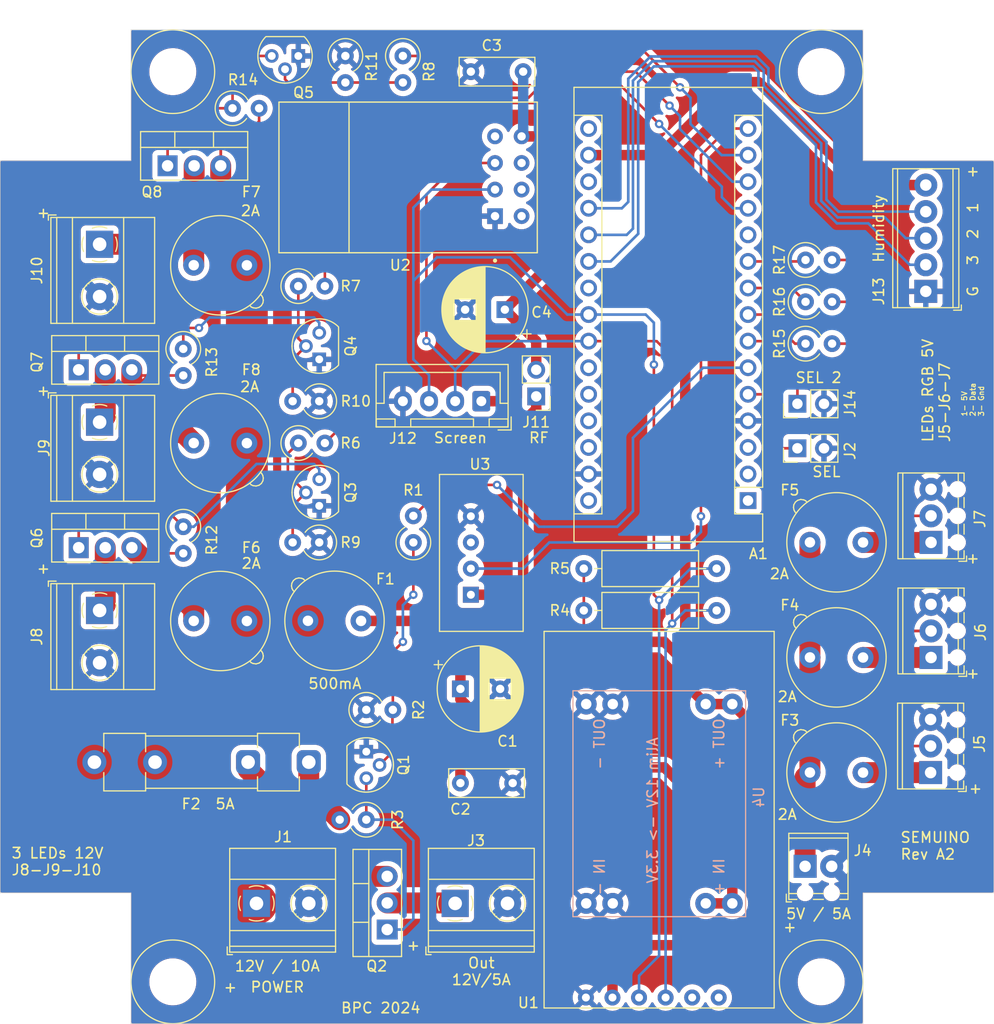
<source format=kicad_pcb>
(kicad_pcb (version 20221018) (generator pcbnew)
  (title_block (title "Semuino - Contrôleur de meuble à semis") (date "2023-12-22") (rev "A2") (company "BPC") (comment 2 "Température ambiante - 3 Capteurs d'humidité") (comment 3 "3 bandeaux LEDs 12V Blanches - 3 bandeaux LEDs RGB 5V") (comment 4 "12V/10A - Ecran OLED - 1 sélecteur - Wifi"))
  (layers (0 "F.Cu" signal) (31 "B.Cu" signal) (34 "B.Paste" user) (35 "F.Paste" user) (36 "B.SilkS" user "B.Silkscreen") (37 "F.SilkS" user "F.Silkscreen") (38 "B.Mask" user) (39 "F.Mask" user) (44 "Edge.Cuts" user))
  (net 0 "")
  (net 2 "CmdP2")
  (net 3 "GND")
  (net 4 "CmdP1")
  (net 6 "CmdRGB3")
  (net 8 "CmdRGB2")
  (net 10 "CmdRGB1")
  (net 11 "CmdPWR5")
  (net 13 "SELECT")
  (net 16 "SELECT2")
  (net 22 "CmdP3")
  (net 23 "Temp")
  (net 24 "Vin")
  (net 25 "Net-(J11-Pin_2)")
  (net 26 "SCL")
  (net 27 "Net-(J1-Pin_1)")
  (net 28 "PWR_5V")
  (net 29 "Net-(Q1-Pad2)")
  (net 30 "Net-(Q3-Pad2)")
  (net 31 "Net-(Q4-Pad2)")
  (net 32 "Net-(Q5-Pad2)")
  (net 33 "Net-(Q2-S)")
  (net 34 "Net-(J5-Pin_1)")
  (net 35 "Net-(J6-Pin_1)")
  (net 36 "Net-(J7-Pin_1)")
  (net 37 "Net-(Q6-S)")
  (net 38 "Net-(Q8-S)")
  (net 39 "SDA")
  (net 40 "3.3V")
  (net 41 "Net-(Q7-S)")
  (net 42 "Net-(J3-Pin_1)")
  (net 43 "Net-(J5-Pin_2)")
  (net 44 "Net-(J6-Pin_2)")
  (net 45 "Net-(J7-Pin_2)")
  (net 46 "Net-(J8-Pin_1)")
  (net 47 "Net-(J9-Pin_1)")
  (net 48 "Net-(J10-Pin_1)")
  (net 49 "Net-(Q2-G)")
  (net 50 "Hum3")
  (net 51 "Hum2")
  (net 52 "Hum1")
  (net 53 "Net-(Q6-G)")
  (net 54 "Net-(Q7-G)")
  (net 55 "Net-(Q8-G)")
  (footprint "bpc:BPC_Arduino_Nano" (layer "F.Cu") (at 171.5 96 180)
    (fp_text reference "A1")
    (fp_text value "Arduino_Nano_v2.x")
  )
  (footprint "Package_TO_SOT_THT:TO-220-3_Vertical" (layer "F.Cu") (at 107.5 100.5)
    (fp_text reference "Q6")
    (fp_text value "P03P4L-04")
  )
  (footprint "Package_TO_SOT_THT:TO-220-3_Vertical" (layer "F.Cu") (at 107.5 83.5)
    (fp_text reference "Q7")
    (fp_text value "P03P4L-04")
  )
  (footprint "Package_TO_SOT_THT:TO-220-3_Vertical" (layer "F.Cu") (at 116 64)
    (fp_text reference "Q8")
    (fp_text value "P03P4L-04")
  )
  (footprint "Resistor_THT:R_Axial_DIN0309_L9.0mm_D3.2mm_P2.54mm_Vertical" (layer "F.Cu") (at 139.5 100 90)
    (fp_text reference "R1")
    (fp_text value "220")
  )
  (footprint "Resistor_THT:R_Axial_DIN0309_L9.0mm_D3.2mm_P2.54mm_Vertical" (layer "F.Cu") (at 135 126.5 180)
    (fp_text reference "R3")
    (fp_text value "100k")
  )
  (footprint "Resistor_THT:R_Axial_DIN0309_L9.0mm_D3.2mm_P12.70mm_Horizontal" (layer "F.Cu") (at 168.5 106.5 180)
    (fp_text reference "R4")
    (fp_text value "10k")
  )
  (footprint "Resistor_THT:R_Axial_DIN0309_L9.0mm_D3.2mm_P12.70mm_Horizontal" (layer "F.Cu") (at 168.5 102.5 180)
    (fp_text reference "R5")
    (fp_text value "10k")
  )
  (footprint "Resistor_THT:R_Axial_DIN0309_L9.0mm_D3.2mm_P2.54mm_Vertical" (layer "F.Cu") (at 117.5 98.5 -90)
    (fp_text reference "R12")
    (fp_text value "100k")
  )
  (footprint "Resistor_THT:R_Axial_DIN0309_L9.0mm_D3.2mm_P2.54mm_Vertical" (layer "F.Cu") (at 117.5 81.5 -90)
    (fp_text reference "R13")
    (fp_text value "100k")
  )
  (footprint "bpc:BPC_RtcArduino" (layer "F.Cu") (at 156 143.5 90)
    (fp_text reference "U1")
    (fp_text value "RtcArduino")
  )
  (footprint "bpc:BPC_DHT22" (layer "F.Cu") (at 145 105 180)
    (fp_text reference "U3")
    (fp_text value "BPC_DHT22")
  )
  (footprint "Fuse:Fuseholder_TR5_Littelfuse_No560_No460" (layer "F.Cu") (at 134.5 107.5 180)
    (fp_text reference "F1")
    (fp_text value "500mA")
  )
  (footprint "Fuse:Fuseholder_Clip-5x20mm_Littelfuse_520_Inline_P20.50x5.80mm_D1.30mm_Horizontal" (layer "F.Cu") (at 129.5 121 180)
    (fp_text reference "F2")
    (fp_text value "5A")
  )
  (footprint "Fuse:Fuseholder_TR5_Littelfuse_No560_No460" (layer "F.Cu") (at 182.5 122 180)
    (fp_text reference "F3")
    (fp_text value "2A")
  )
  (footprint "Fuse:Fuseholder_TR5_Littelfuse_No560_No460" (layer "F.Cu") (at 118.5 107.5)
    (fp_text reference "F6")
    (fp_text value "2A")
  )
  (footprint "Fuse:Fuseholder_TR5_Littelfuse_No560_No460" (layer "F.Cu") (at 118.5 90.5)
    (fp_text reference "F8")
    (fp_text value "2A")
  )
  (footprint "Fuse:Fuseholder_TR5_Littelfuse_No560_No460" (layer "F.Cu") (at 118.5 73.5)
    (fp_text reference "F7")
    (fp_text value "2A")
  )
  (footprint "TerminalBlock_Phoenix:TerminalBlock_Phoenix_MKDS-1,5-2_1x02_P5.00mm_Horizontal" (layer "F.Cu") (at 109.5 88.5 -90)
    (fp_text reference "J9")
    (fp_text value "POW LED 2")
  )
  (footprint "TerminalBlock_Phoenix:TerminalBlock_Phoenix_MKDS-1,5-2_1x02_P5.00mm_Horizontal" (layer "F.Cu") (at 109.5 71.5 -90)
    (fp_text reference "J10")
    (fp_text value "POW LED 3")
  )
  (footprint "Package_TO_SOT_THT:TO-92" (layer "F.Cu") (at 130.5 96.5 90)
    (fp_text reference "Q3")
    (fp_text value "2N2222A")
  )
  (footprint "Resistor_THT:R_Axial_DIN0309_L9.0mm_D3.2mm_P2.54mm_Vertical" (layer "F.Cu") (at 128.5 90.5)
    (fp_text reference "R6")
    (fp_text value "220")
  )
  (footprint "Resistor_THT:R_Axial_DIN0309_L9.0mm_D3.2mm_P2.54mm_Vertical" (layer "F.Cu") (at 128.5 75.5)
    (fp_text reference "R7")
    (fp_text value "220")
  )
  (footprint "Resistor_THT:R_Axial_DIN0309_L9.0mm_D3.2mm_P2.54mm_Vertical" (layer "F.Cu") (at 130.5 100 180)
    (fp_text reference "R9")
    (fp_text value "100k")
  )
  (footprint "Resistor_THT:R_Axial_DIN0309_L9.0mm_D3.2mm_P2.54mm_Vertical" (layer "F.Cu") (at 130.5 86.5 180)
    (fp_text reference "R10")
    (fp_text value "100k")
  )
  (footprint "Resistor_THT:R_Axial_DIN0309_L9.0mm_D3.2mm_P2.54mm_Vertical" (layer "F.Cu") (at 133 53.5 -90)
    (fp_text reference "R11")
    (fp_text value "100k")
  )
  (footprint "TerminalBlock_Phoenix:TerminalBlock_Phoenix_MKDS-1,5-2_1x02_P5.00mm_Horizontal" (layer "F.Cu") (at 109.5 106.5 -90)
    (fp_text reference "J8")
    (fp_text value "POW LED 1")
  )
  (footprint "Package_TO_SOT_THT:TO-92" (layer "F.Cu") (at 130.5 82.5 90)
    (fp_text reference "Q4")
    (fp_text value "2N2222A")
  )
  (footprint "Package_TO_SOT_THT:TO-92" (layer "F.Cu") (at 128.5 53.5 180)
    (fp_text reference "Q5")
    (fp_text value "2N2222A")
  )
  (footprint "Package_TO_SOT_THT:TO-92" (layer "F.Cu") (at 135 120 -90)
    (fp_text reference "Q1")
    (fp_text value "2N2222A")
  )
  (footprint "Package_TO_SOT_THT:TO-220-3_Vertical" (layer "F.Cu") (at 137 137 90)
    (fp_text reference "Q2")
    (fp_text value "P03P4L-04")
  )
  (footprint "bpc:BPC_XCVR_ESP8266-01_ESP-01" (layer "F.Cu") (at 139 65 90)
    (fp_text reference "U2")
    (fp_text value "BPC_ESP8266-01_ESP-01")
  )
  (footprint "TerminalBlock_Phoenix:TerminalBlock_Phoenix_MKDS-1,5-2_1x02_P5.00mm_Horizontal" (layer "F.Cu") (at 124.5 134.5)
    (fp_text reference "J1")
    (fp_text value "12V_POWER_IN")
  )
  (footprint "TerminalBlock_Phoenix:TerminalBlock_Phoenix_MKDS-1,5-2_1x02_P5.00mm_Horizontal" (layer "F.Cu") (at 143.5 134.5)
    (fp_text reference "J3")
    (fp_text value "12V_POWER_OUT")
  )
  (footprint "TerminalBlock_Phoenix:TerminalBlock_Phoenix_MPT-0,5-2-2.54_1x02_P2.54mm_Horizontal" (layer "F.Cu") (at 176.96 130.96)
    (fp_text reference "J4")
    (fp_text value "5V_POWER_IN")
  )
  (footprint "Resistor_THT:R_Axial_DIN0309_L9.0mm_D3.2mm_P2.54mm_Vertical" (layer "F.Cu") (at 135 116)
    (fp_text reference "R2")
    (fp_text value "100k")
  )
  (footprint "TerminalBlock_Phoenix:TerminalBlock_Phoenix_MPT-0,5-3-2.54_1x03_P2.54mm_Horizontal" (layer "F.Cu") (at 189 111 90)
    (fp_text reference "J6")
    (fp_text value "RGB 2")
  )
  (footprint "TerminalBlock_Phoenix:TerminalBlock_Phoenix_MPT-0,5-3-2.54_1x03_P2.54mm_Horizontal" (layer "F.Cu") (at 189 100 90)
    (fp_text reference "J7")
    (fp_text value "RGB 3")
  )
  (footprint "TerminalBlock_Phoenix:TerminalBlock_Phoenix_MPT-0,5-3-2.54_1x03_P2.54mm_Horizontal" (layer "F.Cu") (at 188.96 122 90)
    (fp_text reference "J5")
    (fp_text value "RGB 1")
  )
  (footprint "Fuse:Fuseholder_TR5_Littelfuse_No560_No460" (layer "F.Cu") (at 182.5 100 180)
    (fp_text reference "F5")
    (fp_text value "2A")
  )
  (footprint "Fuse:Fuseholder_TR5_Littelfuse_No560_No460" (layer "F.Cu") (at 182.5 111 180)
    (fp_text reference "F4")
    (fp_text value "2A")
  )
  (footprint "Connector_PinHeader_2.54mm:PinHeader_1x02_P2.54mm_Vertical" (layer "F.Cu") (at 176.225 91 90)
    (fp_text reference "J2")
    (fp_text value "Select")
  )
  (footprint "Connector_PinHeader_2.54mm:PinHeader_1x02_P2.54mm_Vertical" (layer "F.Cu") (at 151.25 86.04 180)
    (fp_text reference "J11")
    (fp_text value "RF ON/OFF")
  )
  (footprint "Resistor_THT:R_Axial_DIN0309_L9.0mm_D3.2mm_P2.54mm_Vertical" (layer "F.Cu") (at 122.21 58.5)
    (fp_text reference "R14")
    (fp_text value "100k")
  )
  (footprint "Connector_JST:JST_XH_B4B-XH-A_1x04_P2.50mm_Vertical" (layer "F.Cu") (at 146 86.5 180)
    (fp_text reference "J12")
    (fp_text value "Screen")
  )
  (footprint "TerminalBlock_Phoenix:TerminalBlock_Phoenix_MPT-0,5-5-2.54_1x05_P2.54mm_Horizontal" (layer "F.Cu") (at 188.5 76 90)
    (fp_text reference "J13")
    (fp_text value "Earth humidity sensor")
  )
  (footprint "bpc:BPC_Trou4mm_Fixation" (layer "F.Cu") (at 178.5 142)
    (fp_text reference "REF**" hide)
    (fp_text value "BPC_Trou4mm_Fixation")
  )
  (footprint "bpc:BPC_Trou4mm_Fixation" (layer "F.Cu") (at 178.5 55)
    (fp_text reference "REF**" hide)
    (fp_text value "BPC_Trou4mm_Fixation")
  )
  (footprint "bpc:BPC_Trou4mm_Fixation" (layer "F.Cu") (at 116.5 142)
    (fp_text reference "REF**" hide)
    (fp_text value "BPC_Trou4mm_Fixation")
  )
  (footprint "bpc:BPC_Trou4mm_Fixation" (layer "F.Cu") (at 116.5 55)
    (fp_text reference "REF**" hide)
    (fp_text value "BPC_Trou4mm_Fixation")
  )
  (footprint "Resistor_THT:R_Axial_DIN0309_L9.0mm_D3.2mm_P2.54mm_Vertical" (layer "F.Cu") (at 177 81)
    (fp_text reference "R15")
    (fp_text value "100")
  )
  (footprint "Resistor_THT:R_Axial_DIN0309_L9.0mm_D3.2mm_P2.54mm_Vertical" (layer "F.Cu") (at 177 77)
    (fp_text reference "R16")
    (fp_text value "100")
  )
  (footprint "Resistor_THT:R_Axial_DIN0309_L9.0mm_D3.2mm_P2.54mm_Vertical" (layer "F.Cu") (at 177 73)
    (fp_text reference "R17")
    (fp_text value "100")
  )
  (footprint "Capacitor_THT:CP_Radial_D8.0mm_P3.80mm" (layer "F.Cu") (at 144 114)
    (fp_text reference "C1")
    (fp_text value "20µF")
  )
  (footprint "Capacitor_THT:C_Disc_D7.0mm_W2.5mm_P5.00mm" (layer "F.Cu") (at 144 123)
    (fp_text reference "C2")
    (fp_text value "100nF")
  )
  (footprint "Capacitor_THT:C_Disc_D7.0mm_W2.5mm_P5.00mm" (layer "F.Cu") (at 150 55 180)
    (fp_text reference "C3")
    (fp_text value "100nF")
  )
  (footprint "Resistor_THT:R_Axial_DIN0309_L9.0mm_D3.2mm_P2.54mm_Vertical" (layer "F.Cu") (at 138.5 53.5 -90)
    (fp_text reference "R8")
    (fp_text value "220")
  )
  (footprint "Connector_PinHeader_2.54mm:PinHeader_1x02_P2.54mm_Vertical" (layer "F.Cu") (at 176.225 86.75 90)
    (fp_text reference "J14")
    (fp_text value "Select")
  )
  (footprint "Capacitor_THT:CP_Radial_D8.0mm_P3.80mm" (layer "F.Cu") (at 148.25 77.75 180)
    (fp_text reference "C4")
    (fp_text value "20µF")
  )
  (footprint "bpc:BPC_Alim3_3V" (layer "B.Cu") (at 170 134.5 90)
    (fp_text reference "U4")
    (fp_text value "BPC_Alim3_3V" hide)
  )
  (gr_line (start 112.5 51) (end 182.5 51) (stroke (width 0.05)) (layer "Edge.Cuts"))
  (gr_line (start 182.5 63.5) (end 182.5 51) (stroke (width 0.05)) (layer "Edge.Cuts"))
  (gr_line (start 100 63.5) (end 112.5 63.5) (stroke (width 0.05)) (layer "Edge.Cuts"))
  (gr_line (start 100 63.5) (end 100 133.5) (stroke (width 0.05)) (layer "Edge.Cuts"))
  (gr_line (start 182.5 133.5) (end 195 133.5) (stroke (width 0.05)) (layer "Edge.Cuts"))
  (gr_line (start 112.5 133.5) (end 112.5 146) (stroke (width 0.05)) (layer "Edge.Cuts"))
  (gr_line (start 112.5 63.5) (end 112.5 51) (stroke (width 0.05)) (layer "Edge.Cuts"))
  (gr_line (start 112.5 146) (end 182.5 146) (stroke (width 0.05)) (layer "Edge.Cuts"))
  (gr_line (start 182.5 146) (end 182.5 133.5) (stroke (width 0.05)) (layer "Edge.Cuts"))
  (gr_line (start 182.5 63.5) (end 195 63.5) (stroke (width 0.05)) (layer "Edge.Cuts"))
  (gr_line (start 100 133.5) (end 112.5 133.5) (stroke (width 0.05)) (layer "Edge.Cuts"))
  (gr_line (start 195 133.5) (end 195 63.5) (stroke (width 0.05)) (layer "Edge.Cuts"))
  (gr_text "+" (at 175.5 136.75) (layer "F.SilkS") (effects (font (size 1 1))))
  (gr_text "5A" (at 121.5 125) (layer "F.SilkS") (effects (font (size 1 1))))
  (gr_text "500mA" (at 132 113.5) (layer "F.SilkS") (effects (font (size 1 1))))
  (gr_text "+" (at 193 101.5) (layer "F.SilkS") (effects (font (size 1 1))))
  (gr_text "2A" (at 175.25 126) (layer "F.SilkS") (effects (font (size 1 1))))
  (gr_text "+" (at 104.125 68.475) (layer "F.SilkS") (effects (font (size 1 1))))
  (gr_text "+" (at 193 64.5) (layer "F.SilkS") (effects (font (size 1 1))))
  (gr_text "3 LEDs 12V\nJ8-J9-J10" (at 101 130.5) (layer "F.SilkS") (effects (font (size 1 1)) (justify left)))
  (gr_text "Humidity" (at 184 70 90) (layer "F.SilkS") (effects (font (size 1 1))))
  (gr_text "1" (at 193 68 90) (layer "F.SilkS") (effects (font (size 1 1))))
  (gr_text "G" (at 193 76 90) (layer "F.SilkS") (effects (font (size 1 1))))
  (gr_text "POWER" (at 126.5 142.5) (layer "F.SilkS") (effects (font (size 1 1))))
  (gr_text "BPC 2024" (at 132.5 144.5) (layer "F.SilkS") (effects (font (size 1 1)) (justify left)))
  (gr_text "SEL 2" (at 178.25 84.25) (layer "F.SilkS") (effects (font (size 1 1))))
  (gr_text "12V / 10A" (at 126.5 140.5) (layer "F.SilkS") (effects (font (size 1 1))))
  (gr_text "2A" (at 124 102) (layer "F.SilkS") (effects (font (size 1 1))))
  (gr_text "+" (at 193.25 123.5) (layer "F.SilkS") (effects (font (size 1 1))))
  (gr_text "2" (at 193 70.5 90) (layer "F.SilkS") (effects (font (size 1 1))))
  (gr_text "SEMUINO\nRev A2" (at 186 129) (layer "F.SilkS") (effects (font (size 1 1)) (justify left)))
  (gr_text "RF" (at 151.5 90) (layer "F.SilkS") (effects (font (size 1 1))))
  (gr_text "+" (at 104.125 102.475) (layer "F.SilkS") (effects (font (size 1 1))))
  (gr_text "2A" (at 123.85 85.125) (layer "F.SilkS") (effects (font (size 1 1))))
  (gr_text "2A" (at 174.5 103) (layer "F.SilkS") (effects (font (size 1 1))))
  (gr_text "5V / 5A" (at 178.25 135.5) (layer "F.SilkS") (effects (font (size 1 1))))
  (gr_text "LEDs RGB 5V\nJ5-J6-J7" (at 189.5 90.5 90) (layer "F.SilkS") (effects (font (size 1 1)) (justify left)))
  (gr_text "2A" (at 123.925 68.3) (layer "F.SilkS") (effects (font (size 1 1))))
  (gr_text "2A" (at 175.25 114.75) (layer "F.SilkS") (effects (font (size 1 1))))
  (gr_text "1- 5V\n2- Data\n3- Gnd" (at 193 88 90) (layer "F.SilkS") (effects (font (size 0.5 0.5) (thickness 0.1)) (justify left)))
  (gr_text "SEL" (at 179 93.25) (layer "F.SilkS") (effects (font (size 1 1))))
  (gr_text "Out\n12V/5A" (at 146 141) (layer "F.SilkS") (effects (font (size 1 1))))
  (gr_text "+" (at 193 112.5) (layer "F.SilkS") (effects (font (size 1 1))))
  (gr_text "+" (at 104.125 85.475) (layer "F.SilkS") (effects (font (size 1 1))))
  (gr_text "+" (at 139.5 138.5) (layer "F.SilkS") (effects (font (size 1 1))))
  (gr_text "+" (at 122 142.5) (layer "F.SilkS") (effects (font (size 1 1))))
  (gr_text "3" (at 193 73 90) (layer "F.SilkS") (effects (font (size 1 1))))
  (gr_text "Screen" (at 144 90) (layer "F.SilkS") (effects (font (size 1 1))))
  (segment (start 153 55) (end 160.75 55) (width 0.25) (layer "F.Cu") (net 2))
  (segment (start 131.04 75.5) (end 131.04 65.96) (width 0.25) (layer "F.Cu") (net 2))
  (segment (start 139.5 57.5) (end 150.5 57.5) (width 0.25) (layer "F.Cu") (net 2))
  (segment (start 150.5 57.5) (end 153 55) (width 0.25) (layer "F.Cu") (net 2))
  (segment (start 160.75 55) (end 164 58.25) (width 0.25) (layer "F.Cu") (net 2))
  (segment (start 131.04 65.96) (end 139.5 57.5) (width 0.25) (layer "F.Cu") (net 2))
  (via (at 164 58.25) (size 0.8) (drill 0.4) (layers "F.Cu" "B.Cu") (net 2))
  (segment (start 171.5 65.52) (end 170.02 65.52) (width 0.25) (layer "B.Cu") (net 2))
  (segment (start 165 60.5) (end 165 59.25) (width 0.25) (layer "B.Cu") (net 2))
  (segment (start 170.02 65.52) (end 165 60.5) (width 0.25) (layer "B.Cu") (net 2))
  (segment (start 165 59.25) (end 164 58.25) (width 0.25) (layer "B.Cu") (net 2))
  (segment (start 131 133) (end 129.5 134.5) (width 1) (layer "B.Cu") (net 3))
  (segment (start 179.54 130.96) (end 181 129.5) (width 1) (layer "B.Cu") (net 3))
  (segment (start 111 78) (end 109.5 76.5) (width 1) (layer "B.Cu") (net 3))
  (segment (start 129.5 134.5) (end 128 136) (width 1) (layer "B.Cu") (net 3))
  (segment (start 109.5 93.5) (end 111 95) (width 1) (layer "B.Cu") (net 3))
  (segment (start 148.5 134.5) (end 150 133) (width 1) (layer "B.Cu") (net 3))
  (segment (start 129.5 134.5) (end 128 133) (width 1) (layer "B.Cu") (net 3))
  (segment (start 109.5 111.5) (end 108 110) (width 1) (layer "B.Cu") (net 3))
  (segment (start 179.54 131.04) (end 181 132.5) (width 1) (layer "B.Cu") (net 3))
  (segment (start 148.5 134.5) (end 150 136) (width 1) (layer "B.Cu") (net 3))
  (segment (start 148.5 134.5) (end 147 133) (width 1) (layer "B.Cu") (net 3))
  (segment (start 108 92) (end 109.5 93.5) (width 1) (layer "B.Cu") (net 3))
  (segment (start 129.5 134.5) (end 131 136) (width 1) (layer "B.Cu") (net 3))
  (segment (start 109.5 76.5) (end 108 75) (width 1) (layer "B.Cu") (net 3))
  (segment (start 109.5 111.5) (end 111 113) (width 1) (layer "B.Cu") (net 3))
  (segment (start 148.5 134.5) (end 147 136) (width 1) (layer "B.Cu") (net 3))
  (segment (start 151 58) (end 140 58) (width 0.25) (layer "F.Cu") (net 4))
  (segment (start 153 56) (end 151 58) (width 0.25) (layer "F.Cu") (net 4))
  (segment (start 133.5 64.5) (end 133.5 88.04) (width 0.25) (layer "F.Cu") (net 4))
  (segment (start 159 56) (end 153 56) (width 0.25) (layer "F.Cu") (net 4))
  (segment (start 163 60) (end 159 56) (width 0.25) (layer "F.Cu") (net 4))
  (segment (start 140 58) (end 133.5 64.5) (width 0.25) (layer "F.Cu") (net 4))
  (segment (start 131.04 90.5) (end 133.5 88.04) (width 0.25) (layer "F.Cu") (net 4))
  (via (at 163 60) (size 0.8) (drill 0.4) (layers "F.Cu" "B.Cu") (net 4))
  (segment (start 169 67) (end 169 66) (width 0.25) (layer "B.Cu") (net 4))
  (segment (start 171.5 68.06) (end 170.06 68.06) (width 0.25) (layer "B.Cu") (net 4))
  (segment (start 170.06 68.06) (end 169 67) (width 0.25) (layer "B.Cu") (net 4))
  (segment (start 169 66) (end 163 60) (width 0.25) (layer "B.Cu") (net 4))
  (segment (start 176.86 73.14) (end 177 73) (width 0.25) (layer "F.Cu") (net 6))
  (segment (start 171.5 73.14) (end 176.86 73.14) (width 0.25) (layer "F.Cu") (net 6))
  (segment (start 175.68 75.68) (end 177 77) (width 0.25) (layer "F.Cu") (net 8))
  (segment (start 171.5 75.68) (end 175.68 75.68) (width 0.25) (layer "F.Cu") (net 8))
  (segment (start 171.5 78.22) (end 173.22 78.22) (width 0.25) (layer "F.Cu") (net 10))
  (segment (start 173.22 78.22) (end 176 81) (width 0.25) (layer "F.Cu") (net 10))
  (segment (start 176 81) (end 177 81) (width 0.25) (layer "F.Cu") (net 10))
  (segment (start 139.5 97.5) (end 142.5 94.5) (width 0.25) (layer "F.Cu") (net 11))
  (segment (start 142.5 94.5) (end 147.5 94.5) (width 0.25) (layer "F.Cu") (net 11))
  (via (at 147.5 94.5) (size 0.8) (drill 0.4) (layers "F.Cu" "B.Cu") (net 11))
  (segment (start 152 98.5) (end 151.5 98.5) (width 0.25) (layer "B.Cu") (net 11))
  (segment (start 167.2 83.3) (end 160.5 90) (width 0.25) (layer "B.Cu") (net 11))
  (segment (start 171.5 83.3) (end 167.2 83.3) (width 0.25) (layer "B.Cu") (net 11))
  (segment (start 160.5 97) (end 159 98.5) (width 0.25) (layer "B.Cu") (net 11))
  (segment (start 160.5 90) (end 160.5 97) (width 0.25) (layer "B.Cu") (net 11))
  (segment (start 159 98.5) (end 152 98.5) (width 0.25) (layer "B.Cu") (net 11))
  (segment (start 151.5 98.5) (end 147.5 94.5) (width 0.25) (layer "B.Cu") (net 11))
  (segment (start 174 86.75) (end 174 90.25) (width 0.25) (layer "F.Cu") (net 13))
  (segment (start 174 90.25) (end 174.75 91) (width 0.25) (layer "F.Cu") (net 13))
  (segment (start 173.09 85.84) (end 171.5 85.84) (width 0.25) (layer "F.Cu") (net 13))
  (segment (start 174 86.75) (end 173.09 85.84) (width 0.25) (layer "F.Cu") (net 13))
  (segment (start 174.75 91) (end 176.225 91) (width 0.25) (layer "F.Cu") (net 13))
  (segment (start 176.225 83.975) (end 176.225 86.75) (width 0.25) (layer "F.Cu") (net 16))
  (segment (start 171.5 80.76) (end 173.01 80.76) (width 0.25) (layer "F.Cu") (net 16))
  (segment (start 173.01 80.76) (end 176.225 83.975) (width 0.25) (layer "F.Cu") (net 16))
  (segment (start 141.5 53.5) (end 142.5 52.5) (width 0.25) (layer "F.Cu") (net 22))
  (segment (start 142.5 52.5) (end 161 52.5) (width 0.25) (layer "F.Cu") (net 22))
  (segment (start 161 52.5) (end 163.5 55) (width 0.25) (layer "F.Cu") (net 22))
  (segment (start 165 56.5) (end 162.5 54) (width 0.25) (layer "F.Cu") (net 22))
  (segment (start 138.5 53.5) (end 141.5 53.5) (width 0.25) (layer "F.Cu") (net 22))
  (via (at 165 56.5) (size 0.8) (drill 0.4) (layers "F.Cu" "B.Cu") (net 22))
  (segment (start 169.02 62.98) (end 168.98 62.98) (width 0.25) (layer "B.Cu") (net 22))
  (segment (start 166 60) (end 166 57.5) (width 0.25) (layer "B.Cu") (net 22))
  (segment (start 168.98 62.98) (end 166 60) (width 0.25) (layer "B.Cu") (net 22))
  (segment (start 166 57.5) (end 165 56.5) (width 0.25) (layer "B.Cu") (net 22))
  (segment (start 171.5 62.98) (end 169.02 62.98) (width 0.25) (layer "B.Cu") (net 22))
  (segment (start 169.56 60.44) (end 167 63) (width 0.25) (layer "F.Cu") (net 23))
  (segment (start 171.5 60.44) (end 169.56 60.44) (width 0.25) (layer "F.Cu") (net 23))
  (segment (start 167 97.5) (end 167 80.5) (width 0.25) (layer "F.Cu") (net 23))
  (segment (start 167 63) (end 167 80.5) (width 0.25) (layer "F.Cu") (net 23))
  (via (at 167 97.5) (size 0.8) (drill 0.4) (layers "F.Cu" "B.Cu") (net 23))
  (segment (start 145 102.5) (end 150 102.5) (width 0.25) (layer "B.Cu") (net 23))
  (segment (start 166 100) (end 167 99) (width 0.25) (layer "B.Cu") (net 23))
  (segment (start 152.5 100) (end 166 100) (width 0.25) (layer "B.Cu") (net 23))
  (segment (start 150 102.5) (end 152.5 100) (width 0.25) (layer "B.Cu") (net 23))
  (segment (start 167 99) (end 167 97.5) (width 0.25) (layer "B.Cu") (net 23))
  (segment (start 163.5 121.5) (end 170 128) (width 1) (layer "F.Cu") (net 24))
  (segment (start 167.46 134.5) (end 170 134.5) (width 1) (layer "F.Cu") (net 24))
  (segment (start 146.5 117.5) (end 144 120) (width 1) (layer "F.Cu") (net 24))
  (segment (start 146.5 117.5) (end 144 115) (width 1) (layer "F.Cu") (net 24))
  (segment (start 144 114) (end 144 112) (width 1) (layer "F.Cu") (net 24))
  (segment (start 153 117.5) (end 157 121.5) (width 1) (layer "F.Cu") (net 24))
  (segment (start 134.5 107.5) (end 139.5 107.5) (width 1) (layer "F.Cu") (net 24))
  (segment (start 170 128) (end 170 134.5) (width 1) (layer "F.Cu") (net 24))
  (segment (start 144 112) (end 139.5 107.5) (width 1) (layer "F.Cu") (net 24))
  (segment (start 144 115) (end 144 114) (width 1) (layer "F.Cu") (net 24))
  (segment (start 157 121.5) (end 163.5 121.5) (width 1) (layer "F.Cu") (net 24))
  (segment (start 144 123) (end 144 120) (width 1) (layer "F.Cu") (net 24))
  (segment (start 146.5 117.5) (end 153 117.5) (width 1) (layer "F.Cu") (net 24))
  (segment (start 151.25 83.5) (end 151.25 80.75) (width 1) (layer "F.Cu") (net 25))
  (segment (start 149.85 61.19) (end 152.19 61.19) (width 1) (layer "F.Cu") (net 25))
  (segment (start 152.19 61.19) (end 153.5 62.5) (width 1) (layer "F.Cu") (net 25))
  (segment (start 148.25 77.75) (end 153.5 72.5) (width 1) (layer "F.Cu") (net 25))
  (segment (start 153.5 72.5) (end 153.5 72.25) (width 1) (layer "F.Cu") (net 25))
  (segment (start 151.25 80.75) (end 148.25 77.75) (width 1) (layer "F.Cu") (net 25))
  (segment (start 153.5 62.5) (end 153.5 72.25) (width 1) (layer "F.Cu") (net 25))
  (segment (start 150 55) (end 150 61.04) (width 1) (layer "B.Cu") (net 25))
  (segment (start 150 61.04) (end 149.85 61.19) (width 1) (layer "B.Cu") (net 25))
  (segment (start 140.75 66.75) (end 143.77 63.73) (width 0.25) (layer "F.Cu") (net 26))
  (segment (start 143.77 63.73) (end 147.31 63.73) (width 0.25) (layer "F.Cu") (net 26))
  (segment (start 164.25 107.75) (end 164.25 82.25) (width 0.25) (layer "F.Cu") (net 26))
  (segment (start 162.76 80.76) (end 156.26 80.76) (width 0.25) (layer "F.Cu") (net 26))
  (segment (start 164.25 82.25) (end 162.76 80.76) (width 0.25) (layer "F.Cu") (net 26))
  (segment (start 140.75 80.75) (end 140.75 66.75) (width 0.25) (layer "F.Cu") (net 26))
  (via (at 164.25 107.75) (size 0.8) (drill 0.4) (layers "F.Cu" "B.Cu") (net 26))
  (via (at 140.75 80.75) (size 0.8) (drill 0.4) (layers "F.Cu" "B.Cu") (net 26))
  (segment (start 143.5 83.5) (end 140.75 80.75) (width 0.25) (layer "B.Cu") (net 26))
  (segment (start 163.62 108.38) (end 164.25 107.75) (width 0.25) (layer "B.Cu") (net 26))
  (segment (start 156.26 80.76) (end 146.24 80.76) (width 0.25) (layer "B.Cu") (net 26))
  (segment (start 143.5 83.5) (end 143.5 86.5) (width 0.25) (layer "B.Cu") (net 26))
  (segment (start 165.5 106.5) (end 168.5 106.5) (width 0.25) (layer "B.Cu") (net 26))
  (segment (start 163.62 143.5) (end 163.62 108.38) (width 0.25) (layer "B.Cu") (net 26))
  (segment (start 146.24 80.76) (end 143.5 83.5) (width 0.25) (layer "B.Cu") (net 26))
  (segment (start 164.25 107.75) (end 165.5 106.5) (width 0.25) (layer "B.Cu") (net 26))
  (segment (start 116.5 114) (end 122.91 114) (width 4) (layer "F.Cu") (net 27))
  (segment (start 114.8 121) (end 109 121) (width 4) (layer "F.Cu") (net 27))
  (segment (start 129.4 107.51) (end 129.42 107.49) (width 4) (layer "F.Cu") (net 27))
  (segment (start 109 121) (end 120.5 132.5) (width 4) (layer "F.Cu") (net 27))
  (segment (start 123.58 107.51) (end 123.58 113.33) (width 4) (layer "F.Cu") (net 27))
  (segment (start 120.5 132.5) (end 120.5 133) (width 4) (layer "F.Cu") (net 27))
  (segment (start 123.58 73.51) (end 123.58 90.51) (width 4) (layer "F.Cu") (net 27))
  (segment (start 123.58 113.33) (end 122.91 114) (width 4) (layer "F.Cu") (net 27))
  (segment (start 123.58 107.51) (end 129.4 107.51) (width 4) (layer "F.Cu") (net 27))
  (segment (start 124.5 134.5) (end 122 134.5) (width 4) (layer "F.Cu") (net 27))
  (segment (start 120.5 133) (end 122 134.5) (width 4) (layer "F.Cu") (net 27))
  (segment (start 122.91 114) (end 129.4 107.51) (width 4) (layer "F.Cu") (net 27))
  (segment (start 109.5 121) (end 116.5 114) (width 4) (layer "F.Cu") (net 27))
  (segment (start 123.58 107.51) (end 123.58 90.51) (width 4) (layer "F.Cu") (net 27))
  (segment (start 176.96 122.45) (end 177.42 121.99) (width 2) (layer "F.Cu") (net 28))
  (segment (start 176.96 130.96) (end 176.96 122.45) (width 2) (layer "F.Cu") (net 28))
  (segment (start 177.42 110.99) (end 177.42 99.99) (width 2) (layer "F.Cu") (net 28))
  (segment (start 177.42 121.99) (end 177.42 110.99) (width 2) (layer "F.Cu") (net 28))
  (segment (start 137.54 116) (end 137.54 110.46) (width 0.25) (layer "F.Cu") (net 29))
  (segment (start 136.27 121.27) (end 137.5 120.04) (width 0.25) (layer "F.Cu") (net 29))
  (segment (start 139.5 105) (end 139.5 100) (width 0.25) (layer "F.Cu") (net 29))
  (segment (start 137.54 110.46) (end 138.5 109.5) (width 0.25) (layer "F.Cu") (net 29))
  (segment (start 137.5 116.04) (end 137.54 116) (width 0.25) (layer "F.Cu") (net 29))
  (segment (start 137.5 120.04) (end 137.5 116.04) (width 0.25) (layer "F.Cu") (net 29))
  (via (at 139.5 105) (size 0.8) (drill 0.4) (layers "F.Cu" "B.Cu") (net 29))
  (via (at 138.5 109.5) (size 0.8) (drill 0.4) (layers "F.Cu" "B.Cu") (net 29))
  (segment (start 138.5 106) (end 138.5 109.5) (width 0.25) (layer "B.Cu") (net 29))
  (segment (start 139.5 105) (end 138.5 106) (width 0.25) (layer "B.Cu") (net 29))
  (segment (start 127.5 93.5) (end 127.5 91.5) (width 0.25) (layer "F.Cu") (net 30))
  (segment (start 127.96 96.5) (end 129.23 95.23) (width 0.25) (layer "F.Cu") (net 30))
  (segment (start 127.96 100) (end 127.96 96.5) (width 0.25) (layer "F.Cu") (net 30))
  (segment (start 129.23 95.23) (end 127.5 93.5) (width 0.25) (layer "F.Cu") (net 30))
  (segment (start 127.5 91.5) (end 128.5 90.5) (width 0.25) (layer "F.Cu") (net 30))
  (segment (start 129.23 81.23) (end 128.5 80.5) (width 0.25) (layer "F.Cu") (net 31))
  (segment (start 128.46 82.04) (end 127.96 82.54) (width 0.25) (layer "F.Cu") (net 31))
  (segment (start 127.96 82.54) (end 127.96 86.5) (width 0.25) (layer "F.Cu") (net 31))
  (segment (start 128.46 82) (end 128.46 82.04) (width 0.25) (layer "F.Cu") (net 31))
  (segment (start 128.5 80.5) (end 128.5 75.5) (width 0.25) (layer "F.Cu") (net 31))
  (segment (start 129.23 81.23) (end 128.46 82) (width 0.25) (layer "F.Cu") (net 31))
  (segment (start 133 56.04) (end 138.5 56.04) (width 0.25) (layer "F.Cu") (net 32))
  (segment (start 127.23 54.77) (end 127.23 55.73) (width 0.25) (layer "F.Cu") (net 32))
  (segment (start 127.54 56.04) (end 133 56.04) (width 0.25) (layer "F.Cu") (net 32))
  (segment (start 127.23 55.73) (end 127.54 56.04) (width 0.25) (layer "F.Cu") (net 32))
  (segment (start 133.92 131.92) (end 129.5 127.5) (width 2) (layer "F.Cu") (net 33))
  (segment (start 129.5 121) (end 129.5 123.54) (width 2) (layer "F.Cu") (net 33))
  (segment (start 123.7 121.7) (end 129.5 127.5) (width 2) (layer "F.Cu") (net 33))
  (segment (start 123.7 121) (end 123.7 121.7) (width 2) (layer "F.Cu") (net 33))
  (segment (start 129.5 127.5) (end 129.5 123.54) (width 2) (layer "F.Cu") (net 33))
  (segment (start 129.5 123.54) (end 132.46 126.5) (width 2) (layer "F.Cu") (net 33))
  (segment (start 137 131.92) (end 133.92 131.92) (width 2) (layer "F.Cu") (net 33))
  (segment (start 188.96 122) (end 182.5 122) (width 2) (layer "F.Cu") (net 34))
  (segment (start 182.5 111) (end 189 111) (width 2) (layer "F.Cu") (net 35))
  (segment (start 182.5 100) (end 189 100) (width 2) (layer "F.Cu") (net 36))
  (segment (start 113.96 101.04) (end 113.54 101.46) (width 0.25) (layer "F.Cu") (net 37))
  (segment (start 113.54 101.46) (end 112.58 100.5) (width 2) (layer "F.Cu") (net 37))
  (segment (start 118.5 107.5) (end 118.5 106.42) (width 2) (layer "F.Cu") (net 37))
  (segment (start 118.5 106.42) (end 113.54 101.46) (width 2) (layer "F.Cu") (net 37))
  (segment (start 117.5 101.04) (end 113.96 101.04) (width 0.25) (layer "F.Cu") (net 37))
  (segment (start 121.08 64) (end 121.08 62.17) (width 0.25) (layer "F.Cu") (net 38))
  (segment (start 121.08 62.17) (end 122.25 61) (width 0.25) (layer "F.Cu") (net 38))
  (segment (start 124.75 59.75) (end 123.5 61) (width 0.25) (layer "F.Cu") (net 38))
  (segment (start 124.75 58.5) (end 124.75 59.75) (width 0.25) (layer "F.Cu") (net 38))
  (segment (start 118.5 71) (end 121.08 68.42) (width 2) (layer "F.Cu") (net 38))
  (segment (start 121.08 62.08) (end 121.08 64) (width 0.25) (layer "F.Cu") (net 38))
  (segment (start 122.25 61) (end 123.5 61) (width 0.25) (layer "F.Cu") (net 38))
  (segment (start 121.08 68.42) (end 121.08 64) (width 2) (layer "F.Cu") (net 38))
  (segment (start 118.5 73.5) (end 118.5 71) (width 2) (layer "F.Cu") (net 38))
  (segment (start 162.5 83) (end 162.5 105) (width 0.25) (layer "F.Cu") (net 39))
  (segment (start 163 105.5) (end 162.5 105) (width 0.25) (layer "F.Cu") (net 39))
  (via (at 162.5 83) (size 0.8) (drill 0.4) (layers "F.Cu" "B.Cu") (net 39))
  (via (at 163 105.5) (size 0.8) (drill 0.4) (layers "F.Cu" "B.Cu") (net 39))
  (segment (start 163 105.5) (end 166 102.5) (width 0.25) (layer "B.Cu") (net 39))
  (segment (start 156.26 78.22) (end 154.22 78.22) (width 0.25) (layer "B.Cu") (net 39))
  (segment (start 161.08 141.42) (end 163 139.5) (width 0.25) (layer "B.Cu") (net 39))
  (segment (start 163 134.5) (end 163 105.5) (width 0.25) (layer "B.Cu") (net 39))
  (segment (start 139.5 68) (end 139.5 75) (width 0.25) (layer "B.Cu") (net 39))
  (segment (start 141.75 72.75) (end 139.5 75) (width 0.25) (layer "B.Cu") (net 39))
  (segment (start 156.26 78.22) (end 161.72 78.22) (width 0.25) (layer "B.Cu") (net 39))
  (segment (start 141.23 66.27) (end 139.5 68) (width 0.25) (layer "B.Cu") (net 39))
  (segment (start 163 139.5) (end 163 134.5) (width 0.25) (layer "B.Cu") (net 39))
  (segment (start 161.72 78.22) (end 162.5 79) (width 0.25) (layer "B.Cu") (net 39))
  (segment (start 162.5 79) (end 162.5 83) (width 0.25) (layer "B.Cu") (net 39))
  (segment (start 154.22 78.22) (end 148.75 72.75) (width 0.25) (layer "B.Cu") (net 39))
  (segment (start 147.31 66.27) (end 141.23 66.27) (width 0.25) (layer "B.Cu") (net 39))
  (segment (start 148.75 72.75) (end 141.75 72.75) (width 0.25) (layer "B.Cu") (net 39))
  (segment (start 161.08 143.5) (end 161.08 141.42) (width 0.25) (layer "B.Cu") (net 39))
  (segment (start 166 102.5) (end 168.5 102.5) (width 0.25) (layer "B.Cu") (net 39))
  (segment (start 139.5 75) (end 139.5 82.5) (width 0.25) (layer "B.Cu") (net 39))
  (segment (start 141 84) (end 141 86.5) (width 0.25) (layer "B.Cu") (net 39))
  (segment (start 139.5 82.5) (end 141 84) (width 0.25) (layer "B.Cu") (net 39))
  (segment (start 163.25 63.75) (end 165.5 66) (width 1) (layer "F.Cu") (net 40))
  (segment (start 150 88) (end 148.5 86.5) (width 1) (layer "F.Cu") (net 40))
  (segment (start 151.25 87.25) (end 151.25 86.04) (width 1) (layer "F.Cu") (net 40))
  (segment (start 188.5 65.84) (end 182.34 65.84) (width 1) (layer "F.Cu") (net 40))
  (segment (start 170 56) (end 163.25 62.75) (width 1) (layer "F.Cu") (net 40))
  (segment (start 163.5 109.5) (end 165.5 111.5) (width 1) (layer "F.Cu") (net 40))
  (segment (start 173 118.45) (end 170 115.45) (width 1) (layer "F.Cu") (net 40))
  (segment (start 158.54 143.5) (end 158.54 140.96) (width 1) (layer "F.Cu") (net 40))
  (segment (start 171.5 138.5) (end 173 137) (width 1) (layer "F.Cu") (net 40))
  (segment (start 150.5 88) (end 151.25 87.25) (width 1) (layer "F.Cu") (net 40))
  (segment (start 165.5 111.5) (end 165.5 113.49) (width 1) (layer "F.Cu") (net 40))
  (segment (start 165.5 113.49) (end 167.46 115.45) (width 1) (layer "F.Cu") (net 40))
  (segment (start 155.8 106.5) (end 155.8 108.2) (width 0.25) (layer "F.Cu") (net 40))
  (segment (start 155.8 102.5) (end 155.8 106.5) (width 0.25) (layer "F.Cu") (net 40))
  (segment (start 163.25 62.75) (end 163.25 63.75) (width 1) (layer "F.Cu") (net 40))
  (segment (start 154.5 109.5) (end 163.5 109.5) (width 1) (layer "F.Cu") (net 40))
  (segment (start 161 138.5) (end 171.5 138.5) (width 1) (layer "F.Cu") (net 40))
  (segment (start 165.5 66) (end 165.5 111.5) (width 1) (layer "F.Cu") (net 40))
  (segment (start 167.46 115.45) (end 170 115.45) (width 1) (layer "F.Cu") (net 40))
  (segment (start 158.54 140.96) (end 161 138.5) (width 1) (layer "F.Cu") (net 40))
  (segment (start 155.8 108.2) (end 154.5 109.5) (width 0.25) (layer "F.Cu") (net 40))
  (segment (start 173 137) (end 173 118.45) (width 1) (layer "F.Cu") (net 40))
  (segment (start 145 105) (end 150 105) (width 1) (layer "F.Cu") (net 40))
  (segment (start 182.34 65.84) (end 172.5 56) (width 1) (layer "F.Cu") (net 40))
  (segment (start 162.48 62.98) (end 163.25 63.75) (width 1) (layer "F.Cu") (net 40))
  (segment (start 148.5 86.5) (end 146 86.5) (width 1) (layer "F.Cu") (net 40))
  (segment (start 156.26 62.98) (end 162.48 62.98) (width 1) (layer "F.Cu") (net 40))
  (segment (start 150 105) (end 154.5 109.5) (width 1) (layer "F.Cu") (net 40))
  (segment (start 150 105) (end 150 88) (width 1) (layer "F.Cu") (net 40))
  (segment (start 150 88) (end 150.5 88) (width 1) (layer "F.Cu") (net 40))
  (segment (start 172.5 56) (end 170 56) (width 1) (layer "F.Cu") (net 40))
  (segment (start 112.58 85.58) (end 112.58 83.5) (width 2) (layer "F.Cu") (net 41))
  (segment (start 117.5 84.04) (end 114.04 84.04) (width 0.25) (layer "F.Cu") (net 41))
  (segment (start 114.04 84.04) (end 113.12 84.04) (width 0.25) (layer "F.Cu") (net 41))
  (segment (start 117.5 89.5) (end 116.5 89.5) (width 2) (layer "F.Cu") (net 41))
  (segment (start 113.12 84.04) (end 112.58 83.5) (width 0.25) (layer "F.Cu") (net 41))
  (segment (start 114.04 84.12) (end 112.58 85.58) (width 0.25) (layer "F.Cu") (net 41))
  (segment (start 116.5 89.5) (end 112.58 85.58) (width 2) (layer "F.Cu") (net 41))
  (segment (start 114.04 84.04) (end 114.04 84.12) (width 0.25) (layer "F.Cu") (net 41))
  (segment (start 118.5 90.5) (end 117.5 89.5) (width 2) (layer "F.Cu") (net 41))
  (segment (start 137 134.46) (end 143.46 134.46) (width 2) (layer "F.Cu") (net 42))
  (segment (start 143.46 134.46) (end 143.5 134.5) (width 2) (layer "F.Cu") (net 42))
  (segment (start 179.5 96.36359) (end 179.5 113.92) (width 0.25) (layer "F.Cu") (net 43))
  (segment (start 183 82) (end 183 92.86359) (width 0.25) (layer "F.Cu") (net 43))
  (segment (start 185.04 119.46) (end 188.96 119.46) (width 0.25) (layer "F.Cu") (net 43))
  (segment (start 183 92.86359) (end 179.5 96.36359) (width 0.25) (layer "F.Cu") (net 43))
  (segment (start 179.5 113.92) (end 185.04 119.46) (width 0.25) (layer "F.Cu") (net 43))
  (segment (start 179.54 81) (end 182 81) (width 0.25) (layer "F.Cu") (net 43))
  (segment (start 182 81) (end 183 82) (width 0.25) (layer "F.Cu") (net 43))
  (segment (start 180.5 96) (end 183.5 93) (width 0.25) (layer "F.Cu") (net 44))
  (segment (start 183.5 93) (end 183.5 78) (width 0.25) (layer "F.Cu") (net 44))
  (segment (start 182.5 77) (end 179.54 77) (width 0.25) (layer "F.Cu") (net 44))
  (segment (start 186.42 108.5) (end 182.5 108.5) (width 0.25) (layer "F.Cu") (net 44))
  (segment (start 182.5 108.5) (end 180.5 106.5) (width 0.25) (layer "F.Cu") (net 44))
  (segment (start 186.46 108.46) (end 186.42 108.5) (width 0.25) (layer "F.Cu") (net 44))
  (segment (start 189 108.46) (end 182.54 108.46) (width 0.25) (layer "F.Cu") (net 44))
  (segment (start 183.5 78) (end 182.5 77) (width 0.25) (layer "F.Cu") (net 44))
  (segment (start 182.54 108.46) (end 182.5 108.5) (width 0.25) (layer "F.Cu") (net 44))
  (segment (start 180.5 106.5) (end 180.5 96) (width 0.25) (layer "F.Cu") (net 44))
  (segment (start 188.5 108.46) (end 186.46 108.46) (width 0.25) (layer "F.Cu") (net 44))
  (segment (start 181 73) (end 184 76) (width 0.25) (layer "F.Cu") (net 45))
  (segment (start 189 97.46) (end 185.96 97.46) (width 0.25) (layer "F.Cu") (net 45))
  (segment (start 179.54 73) (end 181 73) (width 0.25) (layer "F.Cu") (net 45))
  (segment (start 184 76) (end 184 95.5) (width 0.25) (layer "F.Cu") (net 45))
  (segment (start 184 95.5) (end 185.96 97.46) (width 0.25) (layer "F.Cu") (net 45))
  (segment (start 110.04 100.5) (end 110.04 105.96) (width 2) (layer "F.Cu") (net 46))
  (segment (start 110.04 105.96) (end 109.5 106.5) (width 2) (layer "F.Cu") (net 46))
  (segment (start 110.04 87.96) (end 109.5 88.5) (width 2) (layer "F.Cu") (net 47))
  (segment (start 110.04 83.5) (end 110.04 87.96) (width 2) (layer "F.Cu") (net 47))
  (segment (start 114 71.5) (end 109.5 71.5) (width 2) (layer "F.Cu") (net 48))
  (segment (start 118.5 66.08) (end 118.5 67) (width 2) (layer "F.Cu") (net 48))
  (segment (start 118.54 66.04) (end 118.5 66.08) (width 2) (layer "F.Cu") (net 48))
  (segment (start 118.5 67) (end 114 71.5) (width 2) (layer "F.Cu") (net 48))
  (segment (start 118.54 64) (end 118.54 66.04) (width 2) (layer "F.Cu") (net 48))
  (segment (start 135 122.54) (end 135 126.5) (width 0.25) (layer "F.Cu") (net 49))
  (segment (start 137.5 126.5) (end 135 126.5) (width 0.25) (layer "B.Cu") (net 49))
  (segment (start 139.5 128.5) (end 137.5 126.5) (width 0.25) (layer "B.Cu") (net 49))
  (segment (start 139.5 136) (end 139.5 128.5) (width 0.25) (layer "B.Cu") (net 49))
  (segment (start 138.5 137) (end 139.5 136) (width 0.25) (layer "B.Cu") (net 49))
  (segment (start 137 137) (end 138.5 137) (width 0.25) (layer "B.Cu") (net 49))
  (segment (start 183 69.5) (end 180 69.5) (width 0.25) (layer "B.Cu") (net 50))
  (segment (start 178 62) (end 172.5 56.5) (width 0.25) (layer "B.Cu") (net 50))
  (segment (start 188.5 73.46) (end 186.96 73.46) (width 0.25) (layer "B.Cu") (net 50))
  (segment (start 172.5 56.5) (end 172.5 55) (width 0.25) (layer "B.Cu") (net 50))
  (segment (start 178 67.5) (end 178 62) (width 0.25) (layer "B.Cu") (net 50))
  (segment (start 162.5 54.5) (end 161 56) (width 0.25) (layer "B.Cu") (net 50))
  (segment (start 186.96 73.46) (end 183 69.5) (width 0.25) (layer "B.Cu") (net 50))
  (segment (start 172 54.5) (end 162.5 54.5) (width 0.25) (layer "B.Cu") (net 50))
  (segment (start 161 56) (end 161 70.5) (width 0.25) (layer "B.Cu") (net 50))
  (segment (start 158.36 73.14) (end 156.26 73.14) (width 0.25) (layer "B.Cu") (net 50))
  (segment (start 180 69.5) (end 178 67.5) (width 0.25) (layer "B.Cu") (net 50))
  (segment (start 172.5 55) (end 172 54.5) (width 0.25) (layer "B.Cu") (net 50))
  (segment (start 161 70.5) (end 158.36 73.14) (width 0.25) (layer "B.Cu") (net 50))
  (segment (start 160.5 70) (end 160.5 55.86359) (width 0.25) (layer "B.Cu") (net 51))
  (segment (start 160.5 55.86359) (end 162.36359 54) (width 0.25) (layer "B.Cu") (net 51))
  (segment (start 156.26 70.6) (end 159.9 70.6) (width 0.25) (layer "B.Cu") (net 51))
  (segment (start 159.9 70.6) (end 160.5 70) (width 0.25) (layer "B.Cu") (net 51))
  (segment (start 172.13641 54) (end 173 54.86359) (width 0.25) (layer "B.Cu") (net 51))
  (segment (start 173 56.36359) (end 178.5 61.86359) (width 0.25) (layer "B.Cu") (net 51))
  (segment (start 173 54.86359) (end 173 56.36359) (width 0.25) (layer "B.Cu") (net 51))
  (segment (start 186.58 70.92) (end 188.5 70.92) (width 0.25) (layer "B.Cu") (net 51))
  (segment (start 178.5 67.36359) (end 180.068205 68.931795) (width 0.25) (layer "B.Cu") (net 51))
  (segment (start 180.068205 68.931795) (end 184.591795 68.931795) (width 0.25) (layer "B.Cu") (net 51))
  (segment (start 162.36359 54) (end 172.13641 54) (width 0.25) (layer "B.Cu") (net 51))
  (segment (start 184.591795 68.931795) (end 186.58 70.92) (width 0.25) (layer "B.Cu") (net 51))
  (segment (start 178.5 61.86359) (end 178.5 67.36359) (width 0.25) (layer "B.Cu") (net 51))
  (segment (start 188.5 68.38) (end 180.15282 68.38) (width 0.25) (layer "B.Cu") (net 52))
  (segment (start 180.15282 68.38) (end 179 67.22718) (width 0.25) (layer "B.Cu") (net 52))
  (segment (start 160.049991 55.677189) (end 160.04999 67.45001) (width 0.25) (layer "B.Cu") (net 52))
  (segment (start 162.17719 53.54999) (end 160.049991 55.677189) (width 0.25) (layer "B.Cu") (net 52))
  (segment (start 179 61.72718) (end 173.45001 56.17719) (width 0.25) (layer "B.Cu") (net 52))
  (segment (start 173.45001 56.17719) (end 173.45001 54.67719) (width 0.25) (layer "B.Cu") (net 52))
  (segment (start 173.45001 54.67719) (end 172.322811 53.549991) (width 0.25) (layer "B.Cu") (net 52))
  (segment (start 172.322811 53.549991) (end 162.17719 53.54999) (width 0.25) (layer "B.Cu") (net 52))
  (segment (start 159.44 68.06) (end 156.26 68.06) (width 0.25) (layer "B.Cu") (net 52))
  (segment (start 160.04999 67.45001) (end 159.44 68.06) (width 0.25) (layer "B.Cu") (net 52))
  (segment (start 179 67.22718) (end 179 61.72718) (width 0.25) (layer "B.Cu") (net 52))
  (segment (start 107.5 98) (end 107.5 100.5) (width 0.25) (layer "F.Cu") (net 53))
  (segment (start 117.5 98.5) (end 116 97) (width 0.25) (layer "F.Cu") (net 53))
  (segment (start 116 97) (end 108.5 97) (width 0.25) (layer "F.Cu") (net 53))
  (segment (start 108.5 97) (end 107.5 98) (width 0.25) (layer "F.Cu") (net 53))
  (segment (start 130.5 93.96) (end 130.5 93) (width 0.25) (layer "B.Cu") (net 53))
  (segment (start 118.5 98.5) (end 117.5 98.5) (width 0.25) (layer "B.Cu") (net 53))
  (segment (start 130.5 93) (end 130 92.5) (width 0.25) (layer "B.Cu") (net 53))
  (segment (start 124.5 92.5) (end 118.5 98.5) (width 0.25) (layer "B.Cu") (net 53))
  (segment (start 130 92.5) (end 124.5 92.5) (width 0.25) (layer "B.Cu") (net 53))
  (segment (start 109.5 79) (end 112 79) (width 0.25) (layer "F.Cu") (net 54))
  (segment (start 107.5 83.5) (end 107.5 81) (width 0.25) (layer "F.Cu") (net 54))
  (segment (start 112.5 78.5) (end 116.5 78.5) (width 0.25) (layer "F.Cu") (net 54))
  (segment (start 117.5 79.5) (end 119 79.5) (width 0.25) (layer "F.Cu") (net 54))
  (segment (start 117.5 79.5) (end 117.5 81.5) (width 0.25) (layer "F.Cu") (net 54))
  (segment (start 107.5 81) (end 109.5 79) (width 0.25) (layer "F.Cu") (net 54))
  (segment (start 112 79) (end 112.5 78.5) (width 0.25) (layer "F.Cu") (net 54))
  (segment (start 116.5 78.5) (end 117.5 79.5) (width 0.25) (layer "F.Cu") (net 54))
  (via (at 119 79.5) (size 0.8) (drill 0.4) (layers "F.Cu" "B.Cu") (net 54))
  (segment (start 130 78.5) (end 120 78.5) (width 0.25) (layer "B.Cu") (net 54))
  (segment (start 120 78.5) (end 119 79.5) (width 0.25) (layer "B.Cu") (net 54))
  (segment (start 130.5 79.96) (end 130.5 79) (width 0.25) (layer "B.Cu") (net 54))
  (segment (start 130.5 79) (end 130 78.5) (width 0.25) (layer "B.Cu") (net 54))
  (segment (start 119.5 58.5) (end 122.21 58.5) (width 0.25) (layer "F.Cu") (net 55))
  (segment (start 116 64) (end 116 62) (width 0.25) (layer "F.Cu") (net 55))
  (segment (start 124.5 53.5) (end 125.96 53.5) (width 0.25) (layer "F.Cu") (net 55))
  (segment (start 122.21 55.79) (end 124.5 53.5) (width 0.25) (layer "F.Cu") (net 55))
  (segment (start 122.21 58.5) (end 122.21 55.79) (width 0.25) (layer "F.Cu") (net 55))
  (segment (start 116 62) (end 119.5 58.5) (width 0.25) (layer "F.Cu") (net 55))
  (zone (net 3) (net_name "GND") (layer "F.Cu") (connect_pads (clearance 0.508)) (min_thickness 0.254) (fill yes (thermal_gap 0.508) (thermal_bridge_width 0.508))
    (polygon (pts (xy 182.5 63.5) (xy 195 63.5) (xy 195 133.5) (xy 182.5 133.5) (xy 182.5 146) (xy 112.5 146) (xy 112.5 133.5) (xy 100 133.5) (xy 100 63.5) (xy 112.5 63.5) (xy 112.5 51) (xy 182.5 51)))
  )
  (zone (net 3) (net_name "GND") (layer "B.Cu") (connect_pads (clearance 0.508)) (min_thickness 0.254) (fill yes (thermal_gap 0.508) (thermal_bridge_width 0.508))
    (polygon (pts (xy 182.5 63.5) (xy 195 63.5) (xy 195 133.5) (xy 182.5 133.5) (xy 182.5 146) (xy 112.5 146) (xy 112.5 133.5) (xy 100 133.5) (xy 100 63.5) (xy 112.5 63.5) (xy 112.5 51) (xy 182.5 51)))
  )
)
</source>
